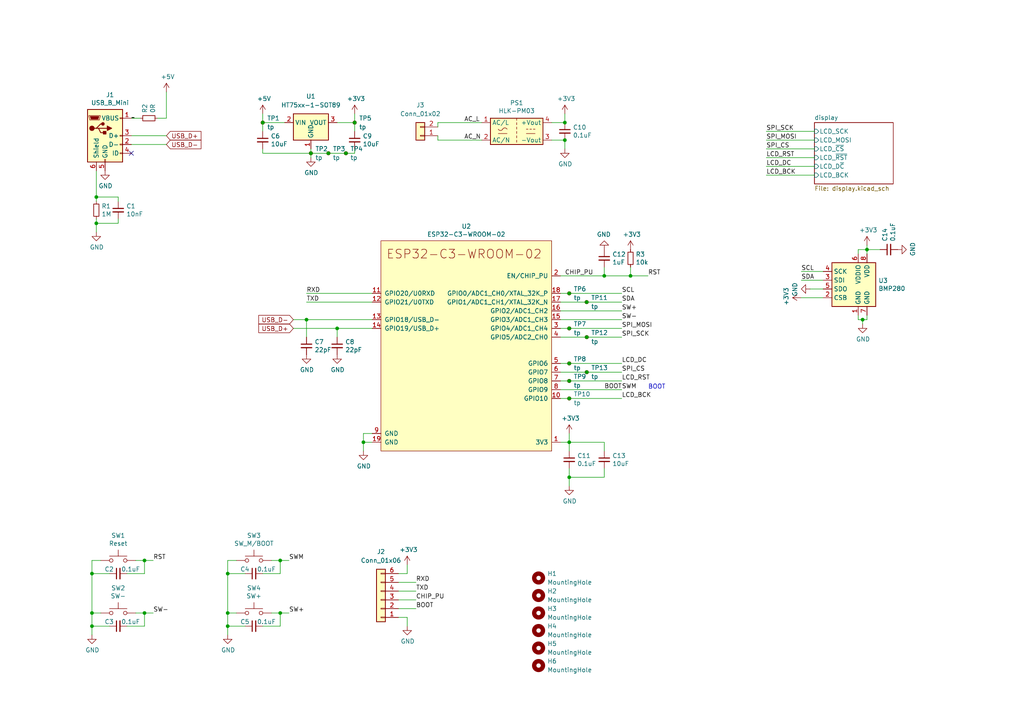
<source format=kicad_sch>
(kicad_sch (version 20211123) (generator eeschema)
  (paper "A4")
  (title_block (title "${TITLE}") (date "${DATE}") (rev "${REVISION}") (company "Juraj Giertl") (comment 1 "j74a8g@gmail.com"))
  (lib_symbols
    (symbol "Connector:TestPoint_Small" (pin_numbers hide) (pin_names (offset 0.762) hide)
      (property "Reference" "TP" (at 0 3.81 0))
      (property "Value" "TestPoint_Small" (at 0 2.032 0))
      (symbol "TestPoint_Small_0_1"
        (circle (center 0 0) (radius 0.508))
      )
      (symbol "TestPoint_Small_1_1"
        (pin passive line (at 0 0 90) (length 0) (name "1") (number "1"))
      )
    )
    (symbol "Connector:USB_B_Mini" (pin_names (offset 1.016))
      (property "Reference" "J" (at -5.08 11.43 0))
      (property "Value" "USB_B_Mini" (at -5.08 8.89 0))
      (symbol "USB_B_Mini_0_1"
        (rectangle (start -5.08 -7.62) (end 5.08 7.62) (stroke (width 0.254)) (fill (type background)))
        (circle (center -3.81 2.159) (radius 0.635) (stroke (width 0.254)) (fill (type outline)))
        (circle (center -0.635 3.429) (radius 0.381) (stroke (width 0.254)) (fill (type outline)))
        (rectangle (start -0.127 -7.62) (end 0.127 -6.858))
        (polyline (pts (xy -1.905 2.159) (xy 0.635 2.159)) (stroke (width 0.254)))
        (polyline (pts (xy -3.175 2.159) (xy -2.54 2.159) (xy -1.27 3.429) (xy -0.635 3.429)) (stroke (width 0.254)))
        (polyline (pts (xy -2.54 2.159) (xy -1.905 2.159) (xy -1.27 0.889) (xy 0 0.889)) (stroke (width 0.254)))
        (polyline (pts (xy 0.635 2.794) (xy 0.635 1.524) (xy 1.905 2.159) (xy 0.635 2.794)) (stroke (width 0.254)) (fill (type outline)))
        (polyline (pts (xy -4.318 5.588) (xy -1.778 5.588) (xy -2.032 4.826) (xy -4.064 4.826) (xy -4.318 5.588)) (fill (type outline)))
        (polyline (pts (xy -4.699 5.842) (xy -4.699 5.588) (xy -4.445 4.826) (xy -4.445 4.572) (xy -1.651 4.572) (xy -1.651 4.826) (xy -1.397 5.588) (xy -1.397 5.842) (xy -4.699 5.842)))
        (rectangle (start 0.254 1.27) (end -0.508 0.508) (stroke (width 0.254)) (fill (type outline)))
        (rectangle (start 5.08 -5.207) (end 4.318 -4.953))
        (rectangle (start 5.08 -2.667) (end 4.318 -2.413))
        (rectangle (start 5.08 -0.127) (end 4.318 0.127))
        (rectangle (start 5.08 4.953) (end 4.318 5.207))
      )
      (symbol "USB_B_Mini_1_1"
        (pin power_out line (at 7.62 5.08 180) (length 2.54) (name "VBUS") (number "1"))
        (pin bidirectional line (at 7.62 -2.54 180) (length 2.54) (name "D-") (number "2"))
        (pin bidirectional line (at 7.62 0 180) (length 2.54) (name "D+") (number "3"))
        (pin passive line (at 7.62 -5.08 180) (length 2.54) (name "ID") (number "4"))
        (pin power_out line (at 0 -10.16 90) (length 2.54) (name "GND") (number "5"))
        (pin passive line (at -2.54 -10.16 90) (length 2.54) (name "Shield") (number "6"))
      )
    )
    (symbol "Connector_Generic:Conn_01x02" (pin_names (offset 1.016) hide)
      (property "Reference" "J" (at 0 2.54 0))
      (property "Value" "Conn_01x02" (at 0 -5.08 0))
      (symbol "Conn_01x02_1_1"
        (rectangle (start -1.27 -2.413) (end 0 -2.667) (stroke (width 0.1524)))
        (rectangle (start -1.27 0.127) (end 0 -0.127) (stroke (width 0.1524)))
        (rectangle (start -1.27 1.27) (end 1.27 -3.81) (stroke (width 0.254)) (fill (type background)))
        (pin passive line (at -5.08 0 0) (length 3.81) (name "Pin_1") (number "1"))
        (pin passive line (at -5.08 -2.54 0) (length 3.81) (name "Pin_2") (number "2"))
      )
    )
    (symbol "Connector_Generic:Conn_01x06" (pin_names (offset 1.016) hide)
      (property "Reference" "J" (at 0 7.62 0))
      (property "Value" "Conn_01x06" (at 0 -10.16 0))
      (symbol "Conn_01x06_1_1"
        (rectangle (start -1.27 -7.493) (end 0 -7.747) (stroke (width 0.1524)))
        (rectangle (start -1.27 -4.953) (end 0 -5.207) (stroke (width 0.1524)))
        (rectangle (start -1.27 -2.413) (end 0 -2.667) (stroke (width 0.1524)))
        (rectangle (start -1.27 0.127) (end 0 -0.127) (stroke (width 0.1524)))
        (rectangle (start -1.27 2.667) (end 0 2.413) (stroke (width 0.1524)))
        (rectangle (start -1.27 5.207) (end 0 4.953) (stroke (width 0.1524)))
        (rectangle (start -1.27 6.35) (end 1.27 -8.89) (stroke (width 0.254)) (fill (type background)))
        (pin passive line (at -5.08 5.08 0) (length 3.81) (name "Pin_1") (number "1"))
        (pin passive line (at -5.08 2.54 0) (length 3.81) (name "Pin_2") (number "2"))
        (pin passive line (at -5.08 0 0) (length 3.81) (name "Pin_3") (number "3"))
        (pin passive line (at -5.08 -2.54 0) (length 3.81) (name "Pin_4") (number "4"))
        (pin passive line (at -5.08 -5.08 0) (length 3.81) (name "Pin_5") (number "5"))
        (pin passive line (at -5.08 -7.62 0) (length 3.81) (name "Pin_6") (number "6"))
      )
    )
    (symbol "Converter_ACDC:HLK-PM03"
      (property "Reference" "PS" (at 0 5.08 0))
      (property "Value" "HLK-PM03" (at 0 -5.08 0))
      (symbol "HLK-PM03_0_1"
        (rectangle (start -7.62 3.81) (end 7.62 -3.81) (stroke (width 0.254)) (fill (type background)))
        (arc (start -5.334 0.635) (mid -4.699 0.2495) (end -4.064 0.635))
        (arc (start -2.794 0.635) (mid -3.429 1.0072) (end -4.064 0.635))
        (polyline (pts (xy -5.334 -0.635) (xy -2.794 -0.635)))
        (polyline (pts (xy 0 -2.54) (xy 0 -3.175)))
        (polyline (pts (xy 0 -1.27) (xy 0 -1.905)))
        (polyline (pts (xy 0 0) (xy 0 -0.635)))
        (polyline (pts (xy 0 1.27) (xy 0 0.635)))
        (polyline (pts (xy 0 2.54) (xy 0 1.905)))
        (polyline (pts (xy 0 3.81) (xy 0 3.175)))
        (polyline (pts (xy 2.794 -0.635) (xy 5.334 -0.635)))
        (polyline (pts (xy 2.794 0.635) (xy 3.302 0.635)))
        (polyline (pts (xy 3.81 0.635) (xy 4.318 0.635)))
        (polyline (pts (xy 4.826 0.635) (xy 5.334 0.635)))
      )
      (symbol "HLK-PM03_1_1"
        (pin power_in line (at -10.16 2.54 0) (length 2.54) (name "AC/L") (number "1"))
        (pin power_in line (at -10.16 -2.54 0) (length 2.54) (name "AC/N") (number "2"))
        (pin power_out line (at 10.16 -2.54 180) (length 2.54) (name "-Vout") (number "3"))
        (pin power_out line (at 10.16 2.54 180) (length 2.54) (name "+Vout") (number "4"))
      )
    )
    (symbol "Device:C_Small" (pin_numbers hide) (pin_names (offset 0.254) hide)
      (property "Reference" "C" (at 0.254 1.778 0))
      (property "Value" "C_Small" (at 0.254 -2.032 0))
      (symbol "C_Small_0_1"
        (polyline (pts (xy -1.524 -0.508) (xy 1.524 -0.508)) (stroke (width 0.3302)))
        (polyline (pts (xy -1.524 0.508) (xy 1.524 0.508)) (stroke (width 0.3048)))
      )
      (symbol "C_Small_1_1"
        (pin passive line (at 0 2.54 270) (length 2.032) (name "~") (number "1"))
        (pin passive line (at 0 -2.54 90) (length 2.032) (name "~") (number "2"))
      )
    )
    (symbol "Device:R_Small" (pin_numbers hide) (pin_names (offset 0.254) hide)
      (property "Reference" "R" (at 0.762 0.508 0))
      (property "Value" "R_Small" (at 0.762 -1.016 0))
      (symbol "R_Small_0_1"
        (rectangle (start -0.762 1.778) (end 0.762 -1.778) (stroke (width 0.2032)))
      )
      (symbol "R_Small_1_1"
        (pin passive line (at 0 2.54 270) (length 0.762) (name "~") (number "1"))
        (pin passive line (at 0 -2.54 90) (length 0.762) (name "~") (number "2"))
      )
    )
    (symbol "Espressif:ESP32-C3-WROOM-02" (pin_names (offset 1.016))
      (property "Reference" "U" (at 0 33.02 0))
      (property "Value" "ESP32-C3-WROOM-02" (at 0 -30.48 0))
      (symbol "ESP32-C3-WROOM-02_0_0"
        (text "ESP32-C3-WROOM-02" (at 1.27 27.94 0) (effects (font (size 2.54 2.54))))
      )
      (symbol "ESP32-C3-WROOM-02_0_1"
        (rectangle (start -24.13 31.75) (end 25.4 -29.21) (fill (type background)))
      )
      (symbol "ESP32-C3-WROOM-02_1_1"
        (pin power_in line (at -26.67 -26.67 0) (length 2.54) (name "3V3") (number "1"))
        (pin bidirectional line (at -26.67 -13.97 0) (length 2.54) (name "GPIO10") (number "10"))
        (pin bidirectional line (at 27.94 16.51 180) (length 2.54) (name "GPIO20/U0RXD") (number "11"))
        (pin bidirectional line (at 27.94 13.97 180) (length 2.54) (name "GPIO21/U0TXD") (number "12"))
        (pin bidirectional line (at 27.94 8.89 180) (length 2.54) (name "GPIO18/USB_D-") (number "13"))
        (pin bidirectional line (at 27.94 6.35 180) (length 2.54) (name "GPIO19/USB_D+") (number "14"))
        (pin bidirectional line (at -26.67 8.89 0) (length 2.54) (name "GPIO3/ADC1_CH3") (number "15"))
        (pin bidirectional line (at -26.67 11.43 0) (length 2.54) (name "GPIO2/ADC1_CH2") (number "16"))
        (pin bidirectional line (at -26.67 13.97 0) (length 2.54) (name "GPIO1/ADC1_CH1/XTAL_32K_N") (number "17"))
        (pin bidirectional line (at -26.67 16.51 0) (length 2.54) (name "GPIO0/ADC1_CH0/XTAL_32K_P") (number "18"))
        (pin power_in line (at 27.94 -26.67 180) (length 2.54) (name "GND") (number "19"))
        (pin input line (at -26.67 21.59 0) (length 2.54) (name "EN/CHIP_PU") (number "2"))
        (pin bidirectional line (at -26.67 6.35 0) (length 2.54) (name "GPIO4/ADC1_CH4") (number "3"))
        (pin bidirectional line (at -26.67 3.81 0) (length 2.54) (name "GPIO5/ADC2_CH0") (number "4"))
        (pin bidirectional line (at -26.67 -3.81 0) (length 2.54) (name "GPIO6") (number "5"))
        (pin bidirectional line (at -26.67 -6.35 0) (length 2.54) (name "GPIO7") (number "6"))
        (pin bidirectional line (at -26.67 -8.89 0) (length 2.54) (name "GPIO8") (number "7"))
        (pin bidirectional line (at -26.67 -11.43 0) (length 2.54) (name "GPIO9") (number "8"))
        (pin power_in line (at 27.94 -24.13 180) (length 2.54) (name "GND") (number "9"))
      )
    )
    (symbol "Mechanical:MountingHole" (pin_names (offset 1.016))
      (property "Reference" "H" (at 0 5.08 0))
      (property "Value" "MountingHole" (at 0 3.175 0))
      (symbol "MountingHole_0_1"
        (circle (center 0 0) (radius 1.27) (stroke (width 1.27)))
      )
    )
    (symbol "Regulator_Linear:HT75xx-1-SOT89"
      (property "Reference" "U" (at -5.08 -3.81 0))
      (property "Value" "HT75xx-1-SOT89" (at 0 6.35 0))
      (symbol "HT75xx-1-SOT89_0_1"
        (rectangle (start -5.08 5.08) (end 5.08 -2.54) (stroke (width 0.254)) (fill (type background)))
      )
      (symbol "HT75xx-1-SOT89_1_1"
        (pin power_in line (at 0 -5.08 90) (length 2.54) (name "GND") (number "1"))
        (pin power_in line (at -7.62 2.54 0) (length 2.54) (name "VIN") (number "2"))
        (pin power_out line (at 7.62 2.54 180) (length 2.54) (name "VOUT") (number "3"))
      )
    )
    (symbol "Sensor_Pressure:BMP280"
      (property "Reference" "U" (at -7.62 10.16 0))
      (property "Value" "BMP280" (at 5.08 10.16 0))
      (symbol "BMP280_0_1"
        (rectangle (start -7.62 -5.08) (end 5.08 7.62) (stroke (width 0.254)) (fill (type background)))
      )
      (symbol "BMP280_1_1"
        (pin power_in line (at 0 -7.62 90) (length 2.54) (name "GND") (number "1"))
        (pin input line (at -10.16 -2.54 0) (length 2.54) (name "CSB") (number "2"))
        (pin bidirectional line (at -10.16 2.54 0) (length 2.54) (name "SDI") (number "3"))
        (pin input line (at -10.16 5.08 0) (length 2.54) (name "SCK") (number "4"))
        (pin bidirectional line (at -10.16 0 0) (length 2.54) (name "SDO") (number "5"))
        (pin power_in line (at 0 10.16 270) (length 2.54) (name "VDDIO") (number "6"))
        (pin power_in line (at 2.54 -7.62 90) (length 2.54) (name "GND") (number "7"))
        (pin power_in line (at 2.54 10.16 270) (length 2.54) (name "VDD") (number "8"))
      )
    )
    (symbol "Switch:SW_Push" (pin_numbers hide) (pin_names (offset 1.016) hide)
      (property "Reference" "SW" (at 1.27 2.54 0))
      (property "Value" "SW_Push" (at 0 -1.524 0))
      (symbol "SW_Push_0_1"
        (circle (center -2.032 0) (radius 0.508))
        (polyline (pts (xy 0 1.27) (xy 0 3.048)))
        (polyline (pts (xy 2.54 1.27) (xy -2.54 1.27)))
        (circle (center 2.032 0) (radius 0.508))
        (pin passive line (at -5.08 0 0) (length 2.54) (name "1") (number "1"))
        (pin passive line (at 5.08 0 180) (length 2.54) (name "2") (number "2"))
      )
    )
    (symbol "power:+3.3V" (power) (pin_names (offset 0))
      (property "Value" "+3.3V" (at 0 3.556 0))
      (symbol "+3.3V_0_1"
        (polyline (pts (xy -0.762 1.27) (xy 0 2.54)))
        (polyline (pts (xy 0 0) (xy 0 2.54)))
        (polyline (pts (xy 0 2.54) (xy 0.762 1.27)))
      )
      (symbol "+3.3V_1_1"
        (pin power_in line (at 0 0 90) (length 0) hide (name "+3V3") (number "1"))
      )
    )
    (symbol "power:+5V" (power) (pin_names (offset 0))
      (property "Value" "+5V" (at 0 3.556 0))
      (symbol "+5V_0_1"
        (polyline (pts (xy -0.762 1.27) (xy 0 2.54)))
        (polyline (pts (xy 0 0) (xy 0 2.54)))
        (polyline (pts (xy 0 2.54) (xy 0.762 1.27)))
      )
      (symbol "+5V_1_1"
        (pin power_in line (at 0 0 90) (length 0) hide (name "+5V") (number "1"))
      )
    )
    (symbol "power:GND" (power) (pin_names (offset 0))
      (property "Value" "GND" (at 0 -3.81 0))
      (symbol "GND_0_1"
        (polyline (pts (xy 0 0) (xy 0 -1.27) (xy 1.27 -1.27) (xy 0 -2.54) (xy -1.27 -1.27) (xy 0 -1.27)))
      )
      (symbol "GND_1_1"
        (pin power_in line (at 0 0 270) (length 0) hide (name "GND") (number "1"))
      )
    )
  )
  (junction (at 41.91 177.8))
  (junction (at 88.9 92.71))
  (junction (at 66.04 166.37))
  (junction (at 81.28 162.56))
  (junction (at 27.94 64.77))
  (junction (at 105.41 128.27))
  (junction (at 163.83 40.64))
  (junction (at 170.18 97.79))
  (junction (at 165.1 105.41))
  (junction (at 26.67 181.61))
  (junction (at 163.83 35.56))
  (junction (at 165.1 138.43))
  (junction (at 66.04 177.8))
  (junction (at 27.94 57.15))
  (junction (at 66.04 181.61))
  (junction (at 26.67 166.37))
  (junction (at 41.91 162.56))
  (junction (at 165.1 115.57))
  (junction (at 165.1 95.25))
  (junction (at 76.2 35.56))
  (junction (at 165.1 128.27))
  (junction (at 102.87 35.56))
  (junction (at 165.1 85.09))
  (junction (at 26.67 177.8))
  (junction (at 250.19 92.71))
  (junction (at 97.79 95.25))
  (junction (at 165.1 110.49))
  (junction (at 175.26 80.01))
  (junction (at 90.17 44.45))
  (junction (at 81.28 177.8))
  (junction (at 251.46 72.39))
  (junction (at 95.25 44.45))
  (junction (at 170.18 107.95))
  (junction (at 182.88 80.01))
  (junction (at 100.33 44.45))
  (junction (at 170.1543 87.63))
  (no_connect (at 38.1 44.45))
  (wire (pts (xy 41.91 166.37) (xy 41.91 162.56)))
  (wire (pts (xy 41.91 177.8) (xy 44.45 177.8)))
  (wire (pts (xy 76.2 44.45) (xy 90.17 44.45)))
  (wire (pts (xy 81.28 177.8) (xy 78.74 177.8)))
  (wire (pts (xy 88.9 87.63) (xy 107.95 87.63)))
  (wire (pts (xy 238.76 81.28) (xy 232.41 81.28)))
  (wire (pts (xy 76.2 35.56) (xy 76.2 33.02)))
  (wire (pts (xy 27.94 57.15) (xy 27.94 49.53)))
  (wire (pts (xy 95.25 44.45) (xy 100.33 44.45)))
  (wire (pts (xy 162.56 85.09) (xy 165.1 85.09)))
  (wire (pts (xy 34.29 64.77) (xy 34.29 63.5)))
  (wire (pts (xy 238.76 78.74) (xy 232.41 78.74)))
  (wire (pts (xy 251.46 71.12) (xy 251.46 72.39)))
  (wire (pts (xy 90.17 43.18) (xy 90.17 44.45)))
  (wire (pts (xy 41.91 177.8) (xy 41.91 181.61)))
  (wire (pts (xy 100.33 44.45) (xy 102.87 44.45)))
  (wire (pts (xy 163.83 40.64) (xy 163.83 43.18)))
  (wire (pts (xy 222.25 38.1) (xy 236.22 38.1)))
  (wire (pts (xy 39.37 177.8) (xy 41.91 177.8)))
  (wire (pts (xy 102.87 35.56) (xy 102.87 33.02)))
  (wire (pts (xy 41.91 162.56) (xy 44.45 162.56)))
  (wire (pts (xy 250.19 92.71) (xy 251.46 92.71)))
  (wire (pts (xy 222.25 50.8) (xy 236.22 50.8)))
  (wire (pts (xy 165.1 85.09) (xy 180.34 85.09)))
  (wire (pts (xy 97.79 95.25) (xy 85.09 95.25)))
  (wire (pts (xy 165.1 135.89) (xy 165.1 138.43)))
  (wire (pts (xy 162.56 90.17) (xy 180.34 90.17)))
  (wire (pts (xy 78.74 162.56) (xy 81.28 162.56)))
  (wire (pts (xy 90.17 44.45) (xy 90.17 45.72)))
  (wire (pts (xy 27.94 64.77) (xy 27.94 67.31)))
  (wire (pts (xy 222.25 45.72) (xy 236.22 45.72)))
  (wire (pts (xy 162.56 113.03) (xy 180.34 113.03)))
  (wire (pts (xy 165.1 110.49) (xy 180.34 110.49)))
  (wire (pts (xy 162.56 95.25) (xy 165.1 95.25)))
  (wire (pts (xy 38.1 34.29) (xy 40.64 34.29)))
  (wire (pts (xy 165.1 128.27) (xy 165.1 125.73)))
  (wire (pts (xy 68.58 177.8) (xy 66.04 177.8)))
  (wire (pts (xy 41.91 181.61) (xy 36.83 181.61)))
  (wire (pts (xy 107.95 128.27) (xy 105.41 128.27)))
  (wire (pts (xy 162.56 80.01) (xy 175.26 80.01)))
  (wire (pts (xy 81.28 181.61) (xy 81.28 177.8)))
  (wire (pts (xy 222.25 43.18) (xy 236.22 43.18)))
  (wire (pts (xy 88.9 85.09) (xy 107.95 85.09)))
  (wire (pts (xy 102.87 44.45) (xy 102.87 43.18)))
  (wire (pts (xy 34.29 57.15) (xy 27.94 57.15)))
  (wire (pts (xy 182.88 80.01) (xy 187.96 80.01)))
  (wire (pts (xy 162.56 115.57) (xy 165.1 115.57)))
  (wire (pts (xy 248.92 91.44) (xy 248.92 92.71)))
  (wire (pts (xy 66.04 166.37) (xy 66.04 177.8)))
  (wire (pts (xy 115.57 168.91) (xy 120.65 168.91)))
  (wire (pts (xy 76.2 43.18) (xy 76.2 44.45)))
  (wire (pts (xy 82.55 35.56) (xy 76.2 35.56)))
  (wire (pts (xy 175.26 128.27) (xy 175.26 130.81)))
  (wire (pts (xy 162.56 87.63) (xy 170.1543 87.63)))
  (wire (pts (xy 170.1543 87.63) (xy 180.34 87.63)))
  (wire (pts (xy 105.41 128.27) (xy 105.41 130.81)))
  (wire (pts (xy 107.95 95.25) (xy 97.79 95.25)))
  (wire (pts (xy 139.7 40.64) (xy 127 40.64)))
  (wire (pts (xy 88.9 92.71) (xy 88.9 97.79)))
  (wire (pts (xy 115.57 173.99) (xy 120.65 173.99)))
  (wire (pts (xy 26.67 166.37) (xy 26.67 177.8)))
  (wire (pts (xy 105.41 125.73) (xy 105.41 128.27)))
  (wire (pts (xy 102.87 35.56) (xy 102.87 38.1)))
  (wire (pts (xy 162.56 107.95) (xy 170.18 107.95)))
  (wire (pts (xy 66.04 166.37) (xy 66.04 162.56)))
  (wire (pts (xy 81.28 166.37) (xy 81.28 162.56)))
  (wire (pts (xy 175.26 138.43) (xy 175.26 135.89)))
  (wire (pts (xy 165.1 95.25) (xy 180.34 95.25)))
  (wire (pts (xy 250.19 92.71) (xy 250.19 93.98)))
  (wire (pts (xy 81.28 162.56) (xy 83.82 162.56)))
  (wire (pts (xy 165.1 128.27) (xy 175.26 128.27)))
  (wire (pts (xy 38.1 39.37) (xy 48.26 39.37)))
  (wire (pts (xy 34.29 58.42) (xy 34.29 57.15)))
  (wire (pts (xy 182.88 77.47) (xy 182.88 80.01)))
  (wire (pts (xy 107.95 125.73) (xy 105.41 125.73)))
  (wire (pts (xy 118.11 179.07) (xy 118.11 181.61)))
  (wire (pts (xy 76.2 35.56) (xy 76.2 38.1)))
  (wire (pts (xy 31.75 181.61) (xy 26.67 181.61)))
  (wire (pts (xy 76.2 181.61) (xy 81.28 181.61)))
  (wire (pts (xy 251.46 72.39) (xy 255.27 72.39)))
  (wire (pts (xy 162.56 92.71) (xy 180.34 92.71)))
  (wire (pts (xy 127 39.37) (xy 127 40.64)))
  (wire (pts (xy 251.46 72.39) (xy 251.46 73.66)))
  (wire (pts (xy 38.1 41.91) (xy 48.26 41.91)))
  (wire (pts (xy 27.94 57.15) (xy 27.94 58.42)))
  (wire (pts (xy 251.46 72.39) (xy 248.92 72.39)))
  (wire (pts (xy 39.37 162.56) (xy 41.91 162.56)))
  (wire (pts (xy 26.67 184.15) (xy 26.67 181.61)))
  (wire (pts (xy 118.11 163.83) (xy 118.11 166.37)))
  (wire (pts (xy 115.57 171.45) (xy 120.65 171.45)))
  (wire (pts (xy 222.25 40.64) (xy 236.22 40.64)))
  (wire (pts (xy 162.56 97.79) (xy 170.18 97.79)))
  (wire (pts (xy 163.83 35.56) (xy 163.83 33.02)))
  (wire (pts (xy 165.1 128.27) (xy 165.1 130.81)))
  (wire (pts (xy 165.1 105.41) (xy 180.34 105.41)))
  (wire (pts (xy 88.9 92.71) (xy 85.09 92.71)))
  (wire (pts (xy 27.94 63.5) (xy 27.94 64.77)))
  (wire (pts (xy 170.18 97.79) (xy 180.34 97.79)))
  (wire (pts (xy 90.17 44.45) (xy 95.25 44.45)))
  (wire (pts (xy 248.92 72.39) (xy 248.92 73.66)))
  (wire (pts (xy 238.76 83.82) (xy 234.95 83.82)))
  (wire (pts (xy 97.79 35.56) (xy 102.87 35.56)))
  (wire (pts (xy 248.92 92.71) (xy 250.19 92.71)))
  (wire (pts (xy 26.67 177.8) (xy 26.67 181.61)))
  (wire (pts (xy 127 35.56) (xy 127 36.83)))
  (wire (pts (xy 107.95 92.71) (xy 88.9 92.71)))
  (wire (pts (xy 170.18 107.95) (xy 180.34 107.95)))
  (wire (pts (xy 222.25 48.26) (xy 236.22 48.26)))
  (wire (pts (xy 68.58 162.56) (xy 66.04 162.56)))
  (wire (pts (xy 71.12 181.61) (xy 66.04 181.61)))
  (wire (pts (xy 165.1 138.43) (xy 175.26 138.43)))
  (wire (pts (xy 238.76 86.36) (xy 232.41 86.36)))
  (wire (pts (xy 26.67 162.56) (xy 26.67 166.37)))
  (wire (pts (xy 175.26 77.47) (xy 175.26 80.01)))
  (wire (pts (xy 81.28 177.8) (xy 83.82 177.8)))
  (wire (pts (xy 251.46 92.71) (xy 251.46 91.44)))
  (wire (pts (xy 175.26 80.01) (xy 182.88 80.01)))
  (wire (pts (xy 160.02 35.56) (xy 163.83 35.56)))
  (wire (pts (xy 45.72 34.29) (xy 48.26 34.29)))
  (wire (pts (xy 165.1 115.57) (xy 180.34 115.57)))
  (wire (pts (xy 29.21 177.8) (xy 26.67 177.8)))
  (wire (pts (xy 115.57 179.07) (xy 118.11 179.07)))
  (wire (pts (xy 115.57 176.53) (xy 120.65 176.53)))
  (wire (pts (xy 97.79 95.25) (xy 97.79 97.79)))
  (wire (pts (xy 66.04 181.61) (xy 66.04 184.15)))
  (wire (pts (xy 162.56 110.49) (xy 165.1 110.49)))
  (wire (pts (xy 31.75 166.37) (xy 26.67 166.37)))
  (wire (pts (xy 165.1 138.43) (xy 165.1 140.97)))
  (wire (pts (xy 115.57 166.37) (xy 118.11 166.37)))
  (wire (pts (xy 48.26 34.29) (xy 48.26 26.67)))
  (wire (pts (xy 160.02 40.64) (xy 163.83 40.64)))
  (wire (pts (xy 139.7 35.56) (xy 127 35.56)))
  (wire (pts (xy 27.94 64.77) (xy 34.29 64.77)))
  (wire (pts (xy 71.12 166.37) (xy 66.04 166.37)))
  (wire (pts (xy 66.04 181.61) (xy 66.04 177.8)))
  (wire (pts (xy 162.56 105.41) (xy 165.1 105.41)))
  (wire (pts (xy 36.83 166.37) (xy 41.91 166.37)))
  (wire (pts (xy 76.2 166.37) (xy 81.28 166.37)))
  (wire (pts (xy 162.56 128.27) (xy 165.1 128.27)))
  (wire (pts (xy 29.21 162.56) (xy 26.67 162.56)))
  (text "BOOT" (at 187.96 113.03 0) (effects (font (size 1.27 1.27)) (justify left bottom)))
  (label "SW-" (at 180.34 92.71 0))
  (label "SWM" (at 180.34 113.03 0))
  (label "RXD" (at 120.65 168.91 0))
  (label "LCD_BCK" (at 180.34 115.57 0))
  (label "RXD" (at 88.9 85.09 0))
  (label "TXD" (at 88.9 87.63 0))
  (label "SPI_CS" (at 180.34 107.95 0))
  (label "SCL" (at 232.41 78.74 0))
  (label "SPI_SCK" (at 180.34 97.79 0))
  (label "SPI_MOSI" (at 222.25 40.64 0))
  (label "RST" (at 44.45 162.56 0))
  (label "LCD_DC" (at 180.34 105.41 0))
  (label "AC_L" (at 134.62 35.56 0))
  (label "LCD_DC" (at 222.25 48.26 0))
  (label "SPI_CS" (at 222.25 43.18 0))
  (label "BOOT" (at 120.65 176.53 0))
  (label "SWM" (at 83.82 162.56 0))
  (label "CHIP_PU" (at 120.65 173.99 0))
  (label "SW+" (at 83.82 177.8 0))
  (label "AC_N" (at 134.62 40.64 0))
  (label "LCD_RST" (at 222.25 45.72 0))
  (label "SCL" (at 180.34 85.09 0))
  (label "BOOT" (at 175.26 113.03 0))
  (label "SDA" (at 180.34 87.63 0))
  (label "RST" (at 187.96 80.01 0))
  (label "LCD_RST" (at 180.34 110.49 0))
  (label "VBUS" (at 38.1 34.29 0) (effects (font (size 0.2 0.2))))
  (label "SDA" (at 232.41 81.28 0))
  (label "SW+" (at 180.34 90.17 0))
  (label "SW-" (at 44.45 177.8 0))
  (label "SPI_MOSI" (at 180.34 95.25 0))
  (label "SPI_SCK" (at 222.25 38.1 0))
  (label "LCD_BCK" (at 222.25 50.8 0))
  (label "CHIP_PU" (at 163.83 80.01 0))
  (label "TXD" (at 120.65 171.45 0))
  (global_label "USB_D+" (shape input) (at 48.26 39.37 0) (property "Intersheet References" "${INTERSHEET_REFS}" (effects hide)))
  (global_label "USB_D-" (shape input) (at 48.26 41.91 0) (property "Intersheet References" "${INTERSHEET_REFS}" (effects hide)))
  (global_label "USB_D-" (shape input) (at 85.09 92.71 180) (property "Intersheet References" "${INTERSHEET_REFS}" (effects hide)))
  (global_label "USB_D+" (shape input) (at 85.09 95.25 180) (property "Intersheet References" "${INTERSHEET_REFS}" (effects hide)))
  (symbol (lib_id "Converter_ACDC:HLK-PM03") (at 149.86 38.1 0) (unit 1)
    (property "Reference" "PS1" (at 149.86 29.845 0))
    (property "Value" "HLK-PM03" (at 149.86 32.1564 0))
    (property "Footprint" "Converter_ACDC:Converter_ACDC_HiLink_HLK-PMxx" (effects hide))
    (property "Datasheet" "http://www.hlktech.net/product_detail.php?ProId=59" (effects hide))
  )
  (symbol (lib_id "Switch:SW_Push") (at 34.29 177.8 0) (unit 1)
    (property "Reference" "SW2" (at 34.29 170.561 0))
    (property "Value" "SW-" (at 34.29 172.8724 0))
    (property "Footprint" "Button_Switch_SMD:SW_SPST_SKQG_WithStem" (effects hide))
  )
  (symbol (lib_id "Switch:SW_Push") (at 73.66 162.56 0) (unit 1)
    (property "Reference" "SW3" (at 73.66 155.321 0))
    (property "Value" "SW_M/BOOT" (at 73.66 157.6324 0))
    (property "Footprint" "Button_Switch_SMD:SW_SPST_SKQG_WithStem" (effects hide))
  )
  (symbol (lib_id "Switch:SW_Push") (at 73.66 177.8 0) (unit 1)
    (property "Reference" "SW4" (at 73.66 170.561 0))
    (property "Value" "SW+" (at 73.66 172.8724 0))
    (property "Footprint" "Button_Switch_SMD:SW_SPST_SKQG_WithStem" (effects hide))
  )
  (symbol (lib_id "power:+3.3V") (at 163.83 33.02 0) (unit 1)
    (property "Reference" "#PWR014" (effects hide))
    (property "Value" "+3.3V" (at 164.211 28.6258 0))
  )
  (symbol (lib_id "Device:C_Small") (at 163.83 38.1 0) (unit 1)
    (property "Reference" "C10" (at 166.1668 36.9316 0) (effects (justify left)))
    (property "Value" "0.1uF" (at 166.1668 39.243 0) (effects (justify left)))
    (property "Footprint" "Capacitor_SMD:C_0805_2012Metric" (effects hide))
  )
  (symbol (lib_id "power:GND") (at 163.83 43.18 0) (unit 1)
    (property "Reference" "#PWR015" (effects hide))
    (property "Value" "GND" (at 163.957 47.5742 0))
  )
  (symbol (lib_id "Connector:USB_B_Mini") (at 30.48 39.37 0) (unit 1)
    (property "Reference" "J1" (at 31.9278 27.5082 0))
    (property "Value" "USB_B_Mini" (at 31.9278 29.8196 0))
    (property "Footprint" "Connector_USB:USB_Micro-B_Amphenol_10118194_Horizontal" (effects hide))
  )
  (symbol (lib_id "Device:R_Small") (at 27.94 60.96 0) (unit 1)
    (property "Reference" "R1" (at 29.4386 59.7916 0) (effects (justify left)))
    (property "Value" "1M" (at 29.4386 62.103 0) (effects (justify left)))
    (property "Footprint" "Resistor_SMD:R_0805_2012Metric" (effects hide))
  )
  (symbol (lib_id "power:GND") (at 30.48 49.53 0) (unit 1)
    (property "Reference" "#PWR03" (effects hide))
    (property "Value" "GND" (at 30.607 53.9242 0))
  )
  (symbol (lib_id "Device:C_Small") (at 34.29 60.96 0) (unit 1)
    (property "Reference" "C1" (at 36.6268 59.7916 0) (effects (justify left)))
    (property "Value" "10nF" (at 36.6268 62.103 0) (effects (justify left)))
    (property "Footprint" "Capacitor_SMD:C_0805_2012Metric" (effects hide))
  )
  (symbol (lib_id "power:GND") (at 27.94 67.31 0) (unit 1)
    (property "Reference" "#PWR02" (effects hide))
    (property "Value" "GND" (at 28.067 71.7042 0))
  )
  (symbol (lib_id "Device:R_Small") (at 43.18 34.29 90) (unit 1)
    (property "Reference" "R2" (at 42.0116 32.7914 0) (effects (justify left)))
    (property "Value" "0R" (at 44.323 32.7914 0) (effects (justify left)))
    (property "Footprint" "Resistor_SMD:R_0805_2012Metric" (effects hide))
  )
  (symbol (lib_id "power:+5V") (at 48.26 26.67 0) (unit 1)
    (property "Reference" "#PWR04" (effects hide))
    (property "Value" "+5V" (at 48.641 22.2758 0))
  )
  (symbol (lib_id "power:GND") (at 26.67 184.15 0) (unit 1)
    (property "Reference" "#PWR01" (effects hide))
    (property "Value" "GND" (at 26.797 188.5442 0))
  )
  (symbol (lib_id "power:GND") (at 105.41 130.81 0) (unit 1)
    (property "Reference" "#PWR011" (effects hide))
    (property "Value" "GND" (at 105.537 135.2042 0))
  )
  (symbol (lib_id "power:+3.3V") (at 165.1 125.73 0) (unit 1)
    (property "Reference" "#PWR016" (effects hide))
    (property "Value" "+3.3V" (at 165.481 121.3358 0))
  )
  (symbol (lib_id "Espressif:ESP32-C3-WROOM-02") (at 135.89 101.6 0) (mirror y) (unit 1)
    (property "Reference" "U2" (at 135.255 65.659 0))
    (property "Value" "ESP32-C3-WROOM-02" (at 135.255 67.9704 0))
    (property "Footprint" "Espressif:ESP32-C3-WROOM-02" (effects hide))
    (property "Datasheet" "https://www.espressif.com/sites/default/files/documentation/esp32-c3-wroom-02_datasheet_en.pdf" (effects hide))
  )
  (symbol (lib_id "Device:C_Small") (at 165.1 133.35 0) (unit 1)
    (property "Reference" "C11" (at 167.4368 132.1816 0) (effects (justify left)))
    (property "Value" "0.1uF" (at 167.4368 134.493 0) (effects (justify left)))
    (property "Footprint" "Capacitor_SMD:C_0603_1608Metric" (effects hide))
  )
  (symbol (lib_id "Device:C_Small") (at 175.26 133.35 0) (unit 1)
    (property "Reference" "C13" (at 177.5968 132.1816 0) (effects (justify left)))
    (property "Value" "10uF" (at 177.5968 134.493 0) (effects (justify left)))
    (property "Footprint" "Capacitor_SMD:C_0805_2012Metric" (effects hide))
  )
  (symbol (lib_id "power:GND") (at 165.1 140.97 0) (unit 1)
    (property "Reference" "#PWR017" (effects hide))
    (property "Value" "GND" (at 165.227 145.3642 0))
  )
  (symbol (lib_id "Device:R_Small") (at 182.88 74.93 0) (unit 1)
    (property "Reference" "R3" (at 184.3786 73.7616 0) (effects (justify left)))
    (property "Value" "10k" (at 184.3786 76.073 0) (effects (justify left)))
    (property "Footprint" "Resistor_SMD:R_0805_2012Metric" (effects hide))
  )
  (symbol (lib_id "power:+3.3V") (at 182.88 72.39 0) (unit 1)
    (property "Reference" "#PWR019" (effects hide))
    (property "Value" "+3.3V" (at 183.261 67.9958 0))
  )
  (symbol (lib_id "Device:C_Small") (at 175.26 74.93 0) (unit 1)
    (property "Reference" "C12" (at 177.5968 73.7616 0) (effects (justify left)))
    (property "Value" "1uF" (at 177.5968 76.073 0) (effects (justify left)))
    (property "Footprint" "Capacitor_SMD:C_0603_1608Metric" (effects hide))
  )
  (symbol (lib_id "power:GND") (at 175.26 72.39 180) (unit 1)
    (property "Reference" "#PWR018" (effects hide))
    (property "Value" "GND" (at 175.133 67.9958 0))
  )
  (symbol (lib_id "Device:C_Small") (at 97.79 100.33 0) (unit 1)
    (property "Reference" "C8" (at 100.1268 99.1616 0) (effects (justify left)))
    (property "Value" "22pF" (at 100.1268 101.473 0) (effects (justify left)))
    (property "Footprint" "Capacitor_SMD:C_0603_1608Metric" (effects hide))
  )
  (symbol (lib_id "Device:C_Small") (at 88.9 100.33 0) (unit 1)
    (property "Reference" "C7" (at 91.2368 99.1616 0) (effects (justify left)))
    (property "Value" "22pF" (at 91.2368 101.473 0) (effects (justify left)))
    (property "Footprint" "Capacitor_SMD:C_0603_1608Metric" (effects hide))
  )
  (symbol (lib_id "power:GND") (at 88.9 102.87 0) (unit 1)
    (property "Reference" "#PWR07" (effects hide))
    (property "Value" "GND" (at 89.027 107.2642 0))
  )
  (symbol (lib_id "power:GND") (at 97.79 102.87 0) (unit 1)
    (property "Reference" "#PWR09" (effects hide))
    (property "Value" "GND" (at 97.917 107.2642 0))
  )
  (symbol (lib_id "Switch:SW_Push") (at 34.29 162.56 0) (unit 1)
    (property "Reference" "SW1" (at 34.29 155.321 0))
    (property "Value" "Reset" (at 34.29 157.6324 0))
    (property "Footprint" "Button_Switch_SMD:SW_SPST_SKQG_WithStem" (effects hide))
  )
  (symbol (lib_id "Sensor_Pressure:BMP280") (at 248.92 83.82 0) (unit 1)
    (property "Reference" "U3" (at 254.762 81.3816 0) (effects (justify left)))
    (property "Value" "BMP280" (at 254.762 83.693 0) (effects (justify left)))
    (property "Footprint" "Package_LGA:Bosch_LGA-8_2x2.5mm_P0.65mm_ClockwisePinNumbering" (effects hide))
    (property "Datasheet" "https://ae-bst.resource.bosch.com/media/_tech/media/datasheets/BST-BMP280-DS001.pdf" (effects hide))
  )
  (symbol (lib_id "power:GND") (at 250.19 93.98 0) (unit 1)
    (property "Reference" "#PWR022" (effects hide))
    (property "Value" "GND" (at 250.317 98.3742 0))
  )
  (symbol (lib_id "Device:C_Small") (at 34.29 166.37 90) (unit 1)
    (property "Reference" "C2" (at 33.02 165.1 90) (effects (justify left)))
    (property "Value" "0.1uF" (at 40.64 165.1 90) (effects (justify left)))
    (property "Footprint" "Capacitor_SMD:C_0805_2012Metric" (effects hide))
  )
  (symbol (lib_id "Device:C_Small") (at 34.29 181.61 90) (unit 1)
    (property "Reference" "C3" (at 33.02 180.34 90) (effects (justify left)))
    (property "Value" "0.1uF" (at 40.64 180.34 90) (effects (justify left)))
    (property "Footprint" "Capacitor_SMD:C_0805_2012Metric" (effects hide))
  )
  (symbol (lib_id "Device:C_Small") (at 73.66 166.37 90) (unit 1)
    (property "Reference" "C4" (at 72.39 165.1 90) (effects (justify left)))
    (property "Value" "0.1uF" (at 80.01 165.1 90) (effects (justify left)))
    (property "Footprint" "Capacitor_SMD:C_0805_2012Metric" (effects hide))
  )
  (symbol (lib_id "Device:C_Small") (at 73.66 181.61 90) (unit 1)
    (property "Reference" "C5" (at 72.39 180.34 90) (effects (justify left)))
    (property "Value" "0.1uF" (at 80.01 180.34 90) (effects (justify left)))
    (property "Footprint" "Capacitor_SMD:C_0805_2012Metric" (effects hide))
  )
  (symbol (lib_id "power:GND") (at 66.04 184.15 0) (unit 1)
    (property "Reference" "#PWR05" (effects hide))
    (property "Value" "GND" (at 66.167 188.5442 0))
  )
  (symbol (lib_id "power:+3.3V") (at 251.46 71.12 0) (unit 1)
    (property "Reference" "#PWR023" (effects hide))
    (property "Value" "+3.3V" (at 251.841 66.7258 0))
  )
  (symbol (lib_id "Device:C_Small") (at 257.81 72.39 90) (unit 1)
    (property "Reference" "C14" (at 256.6416 70.0532 0) (effects (justify left)))
    (property "Value" "0.1uF" (at 258.953 70.0532 0) (effects (justify left)))
    (property "Footprint" "Capacitor_SMD:C_0603_1608Metric" (effects hide))
  )
  (symbol (lib_id "power:GND") (at 260.35 72.39 90) (unit 1)
    (property "Reference" "#PWR024" (effects hide))
    (property "Value" "GND" (at 264.7442 72.263 0))
  )
  (symbol (lib_id "power:+3.3V") (at 232.41 86.36 90) (unit 1)
    (property "Reference" "#PWR020" (effects hide))
    (property "Value" "+3.3V" (at 228.0158 85.979 0))
  )
  (symbol (lib_id "power:GND") (at 234.95 83.82 270) (unit 1)
    (property "Reference" "#PWR021" (effects hide))
    (property "Value" "GND" (at 230.5558 83.947 0))
  )
  (symbol (lib_id "Connector:TestPoint_Small") (at 90.17 44.45 0) (unit 1)
    (property "Reference" "TP2" (at 91.44 43.1799 0) (effects (justify left)))
    (property "Value" "tp" (at 91.44 45.7199 0) (effects (justify left)))
    (property "Footprint" "TestPoint:TestPoint_Pad_1.0x1.0mm" (effects hide))
  )
  (symbol (lib_id "Connector:TestPoint_Small") (at 170.18 107.95 0) (unit 1)
    (property "Reference" "TP13" (at 171.45 106.6799 0) (effects (justify left)))
    (property "Value" "tp" (at 171.45 109.2199 0) (effects (justify left)))
    (property "Footprint" "TestPoint:TestPoint_Pad_D1.0mm" (effects hide))
  )
  (symbol (lib_id "Connector:TestPoint_Small") (at 165.1 85.09 0) (unit 1)
    (property "Reference" "TP6" (at 166.37 83.8199 0) (effects (justify left)))
    (property "Value" "tp" (at 166.37 86.3599 0) (effects (justify left)))
    (property "Footprint" "TestPoint:TestPoint_Pad_D1.0mm" (effects hide))
  )
  (symbol (lib_id "Mechanical:MountingHole") (at 156.21 182.88 0) (unit 1)
    (property "Reference" "H4" (at 158.75 181.6099 0) (effects (justify left)))
    (property "Value" "MountingHole" (at 158.75 184.1499 0) (effects (justify left)))
    (property "Footprint" "MountingHole:MountingHole_3.2mm_M3_DIN965" (effects hide))
  )
  (symbol (lib_id "Mechanical:MountingHole") (at 156.21 193.04 0) (unit 1)
    (property "Reference" "H6" (at 158.75 191.7699 0) (effects (justify left)))
    (property "Value" "MountingHole" (at 158.75 194.3099 0) (effects (justify left)))
    (property "Footprint" "MountingHole:MountingHole_3.2mm_M3_DIN965" (effects hide))
  )
  (symbol (lib_id "Mechanical:MountingHole") (at 156.21 177.8 0) (unit 1)
    (property "Reference" "H3" (at 158.75 176.5299 0) (effects (justify left)))
    (property "Value" "MountingHole" (at 158.75 179.0699 0) (effects (justify left)))
    (property "Footprint" "MountingHole:MountingHole_3.2mm_M3_DIN965" (effects hide))
  )
  (symbol (lib_id "Connector_Generic:Conn_01x02") (at 121.92 39.37 180) (unit 1)
    (property "Reference" "J3" (at 121.92 30.48 0))
    (property "Value" "Conn_01x02" (at 121.92 33.02 0))
    (property "Footprint" "Connector_Phoenix_MSTB:PhoenixContact_MSTBVA_2,5_2-G-5,08_1x02_P5.08mm_Vertical" (effects hide))
  )
  (symbol (lib_id "Device:C_Small") (at 102.87 40.64 0) (unit 1)
    (property "Reference" "C9" (at 105.2068 39.4716 0) (effects (justify left)))
    (property "Value" "10uF" (at 105.2068 41.783 0) (effects (justify left)))
    (property "Footprint" "Capacitor_SMD:C_0805_2012Metric" (effects hide))
  )
  (symbol (lib_id "power:GND") (at 90.17 45.72 0) (unit 1)
    (property "Reference" "#PWR08" (effects hide))
    (property "Value" "GND" (at 90.297 50.1142 0))
  )
  (symbol (lib_id "Connector:TestPoint_Small") (at 165.1 105.41 0) (unit 1)
    (property "Reference" "TP8" (at 166.37 104.1399 0) (effects (justify left)))
    (property "Value" "tp" (at 166.37 106.6799 0) (effects (justify left)))
    (property "Footprint" "TestPoint:TestPoint_Pad_D1.0mm" (effects hide))
  )
  (symbol (lib_id "Mechanical:MountingHole") (at 156.21 187.96 0) (unit 1)
    (property "Reference" "H5" (at 158.75 186.6899 0) (effects (justify left)))
    (property "Value" "MountingHole" (at 158.75 189.2299 0) (effects (justify left)))
    (property "Footprint" "MountingHole:MountingHole_3.2mm_M3_DIN965" (effects hide))
  )
  (symbol (lib_id "Mechanical:MountingHole") (at 156.21 167.64 0) (unit 1)
    (property "Reference" "H1" (at 158.75 166.3699 0) (effects (justify left)))
    (property "Value" "MountingHole" (at 158.75 168.9099 0) (effects (justify left)))
    (property "Footprint" "MountingHole:MountingHole_3.2mm_M3_DIN965" (effects hide))
  )
  (symbol (lib_id "Connector:TestPoint_Small") (at 170.18 97.79 0) (unit 1)
    (property "Reference" "TP12" (at 171.45 96.5199 0) (effects (justify left)))
    (property "Value" "tp" (at 171.45 99.0599 0) (effects (justify left)))
    (property "Footprint" "TestPoint:TestPoint_Pad_D1.0mm" (effects hide))
  )
  (symbol (lib_id "Device:C_Small") (at 76.2 40.64 0) (unit 1)
    (property "Reference" "C6" (at 78.5368 39.4716 0) (effects (justify left)))
    (property "Value" "10uF" (at 78.5368 41.783 0) (effects (justify left)))
    (property "Footprint" "Capacitor_SMD:C_0805_2012Metric" (effects hide))
  )
  (symbol (lib_id "Connector:TestPoint_Small") (at 76.2 35.56 0) (unit 1)
    (property "Reference" "TP1" (at 77.47 34.2899 0) (effects (justify left)))
    (property "Value" "tp" (at 77.47 36.8299 0) (effects (justify left)))
    (property "Footprint" "TestPoint:TestPoint_Pad_D1.0mm" (effects hide))
  )
  (symbol (lib_id "Connector:TestPoint_Small") (at 100.33 44.45 0) (unit 1)
    (property "Reference" "TP4" (at 101.6 43.1799 0) (effects (justify left)))
    (property "Value" "tp" (at 101.6 45.7199 0) (effects (justify left)))
    (property "Footprint" "TestPoint:TestPoint_Pad_1.0x1.0mm" (effects hide))
  )
  (symbol (lib_id "Connector:TestPoint_Small") (at 102.87 35.56 0) (unit 1)
    (property "Reference" "TP5" (at 104.14 34.2899 0) (effects (justify left)))
    (property "Value" "tp" (at 104.14 36.8299 0) (effects (justify left)))
    (property "Footprint" "TestPoint:TestPoint_Pad_D1.0mm" (effects hide))
  )
  (symbol (lib_id "power:GND") (at 118.11 181.61 0) (unit 1)
    (property "Reference" "#PWR013" (effects hide))
    (property "Value" "GND" (at 118.237 186.0042 0))
  )
  (symbol (lib_id "power:+5V") (at 76.2 33.02 0) (unit 1)
    (property "Reference" "#PWR06" (effects hide))
    (property "Value" "+5V" (at 76.581 28.6258 0))
  )
  (symbol (lib_id "power:+3.3V") (at 118.11 163.83 0) (unit 1)
    (property "Reference" "#PWR012" (effects hide))
    (property "Value" "+3.3V" (at 118.491 159.4358 0))
  )
  (symbol (lib_id "Connector:TestPoint_Small") (at 165.1 95.25 0) (unit 1)
    (property "Reference" "TP7" (at 166.37 93.9799 0) (effects (justify left)))
    (property "Value" "tp" (at 166.37 96.5199 0) (effects (justify left)))
    (property "Footprint" "TestPoint:TestPoint_Pad_D1.0mm" (effects hide))
  )
  (symbol (lib_id "power:+3.3V") (at 102.87 33.02 0) (unit 1)
    (property "Reference" "#PWR010" (effects hide))
    (property "Value" "+3.3V" (at 103.251 28.6258 0))
  )
  (symbol (lib_id "Regulator_Linear:HT75xx-1-SOT89") (at 90.17 38.1 0) (unit 1)
    (property "Reference" "U1" (at 90.17 27.94 0))
    (property "Value" "HT75xx-1-SOT89" (at 90.17 30.48 0))
    (property "Footprint" "Package_TO_SOT_SMD:SOT-89-3" (effects hide))
    (property "Datasheet" "https://www.holtek.com/documents/10179/116711/HT75xx-1v250.pdf" (effects hide))
  )
  (symbol (lib_id "Connector:TestPoint_Small") (at 95.25 44.45 0) (unit 1)
    (property "Reference" "TP3" (at 96.52 43.1799 0) (effects (justify left)))
    (property "Value" "tp" (at 96.52 45.7199 0) (effects (justify left)))
    (property "Footprint" "TestPoint:TestPoint_Pad_1.0x1.0mm" (effects hide))
  )
  (symbol (lib_id "Connector:TestPoint_Small") (at 165.1 115.57 0) (unit 1)
    (property "Reference" "TP10" (at 166.37 114.2999 0) (effects (justify left)))
    (property "Value" "tp" (at 166.37 116.84 0) (effects (justify left)))
    (property "Footprint" "TestPoint:TestPoint_Pad_D1.0mm" (effects hide))
  )
  (symbol (lib_id "Connector:TestPoint_Small") (at 170.1543 87.63 0) (unit 1)
    (property "Reference" "TP11" (at 171.4243 86.3599 0) (effects (justify left)))
    (property "Value" "tp" (at 171.4243 88.8999 0) (effects (justify left)))
    (property "Footprint" "TestPoint:TestPoint_Pad_D1.0mm" (effects hide))
  )
  (symbol (lib_id "Connector_Generic:Conn_01x06") (at 110.49 173.99 180) (unit 1)
    (property "Reference" "J2" (at 110.49 160.02 0))
    (property "Value" "Conn_01x06" (at 110.49 162.56 0))
    (property "Footprint" "Connector_PinHeader_2.54mm:PinHeader_1x06_P2.54mm_Vertical" (effects hide))
  )
  (symbol (lib_id "Connector:TestPoint_Small") (at 165.1 110.49 0) (unit 1)
    (property "Reference" "TP9" (at 166.37 109.2199 0) (effects (justify left)))
    (property "Value" "tp" (at 166.37 111.7599 0) (effects (justify left)))
    (property "Footprint" "TestPoint:TestPoint_Pad_D1.0mm" (effects hide))
  )
  (symbol (lib_id "Mechanical:MountingHole") (at 156.21 172.72 0) (unit 1)
    (property "Reference" "H2" (at 158.75 171.4499 0) (effects (justify left)))
    (property "Value" "MountingHole" (at 158.75 173.9899 0) (effects (justify left)))
    (property "Footprint" "MountingHole:MountingHole_3.2mm_M3_DIN965" (effects hide))
  )
  (sheet (at 236.22 35.56) (size 22.86 17.78)
    (property "Sheet name" "display" (at 236.22 34.8484 0) (effects (justify left bottom)))
    (property "Sheet file" "display.kicad_sch" (at 236.22 53.9246 0) (effects (justify left top)))
    (pin "LCD_SCK" input (at 236.22 38.1 180))
    (pin "LCD_MOSI" input (at 236.22 40.64 180))
    (pin "LCD_~{CS}" input (at 236.22 43.18 180))
    (pin "LCD_~{RST}" input (at 236.22 45.72 180))
    (pin "LCD_D~{C}" input (at 236.22 48.26 180))
    (pin "LCD_BCK" input (at 236.22 50.8 180))
  )
)
</source>
